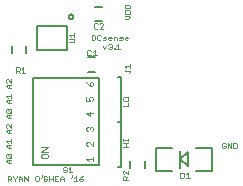
<source format=gto>
G75*
%MOIN*%
%OFA0B0*%
%FSLAX25Y25*%
%IPPOS*%
%LPD*%
%AMOC8*
5,1,8,0,0,1.08239X$1,22.5*
%
%ADD10C,0.00200*%
%ADD11C,0.00500*%
%ADD12C,0.00600*%
%ADD13C,0.00800*%
D10*
X0003100Y0003150D02*
X0003100Y0004952D01*
X0004001Y0004952D01*
X0004301Y0004651D01*
X0004301Y0004051D01*
X0004001Y0003751D01*
X0003100Y0003751D01*
X0003701Y0003751D02*
X0004301Y0003150D01*
X0005542Y0003150D02*
X0005542Y0004051D01*
X0006143Y0004651D01*
X0006143Y0004952D01*
X0006783Y0004351D02*
X0007384Y0004952D01*
X0007984Y0004351D01*
X0007984Y0003150D01*
X0008625Y0003150D02*
X0008625Y0004952D01*
X0009826Y0003150D01*
X0009826Y0004952D01*
X0012308Y0004651D02*
X0012308Y0003450D01*
X0012608Y0003150D01*
X0013209Y0003150D01*
X0013509Y0003450D01*
X0013509Y0004651D01*
X0013209Y0004952D01*
X0012608Y0004952D01*
X0012308Y0004651D01*
X0014149Y0004351D02*
X0014450Y0004651D01*
X0014450Y0005252D01*
X0015070Y0004651D02*
X0015070Y0004351D01*
X0015370Y0004051D01*
X0015971Y0004051D01*
X0016271Y0003751D01*
X0016271Y0003450D01*
X0015971Y0003150D01*
X0015370Y0003150D01*
X0015070Y0003450D01*
X0015070Y0004651D02*
X0015370Y0004952D01*
X0015971Y0004952D01*
X0016271Y0004651D01*
X0016912Y0004952D02*
X0016912Y0003150D01*
X0018113Y0003150D02*
X0018113Y0004952D01*
X0018753Y0004952D02*
X0018753Y0003150D01*
X0019954Y0003150D01*
X0020595Y0003150D02*
X0020595Y0004351D01*
X0021195Y0004952D01*
X0021796Y0004351D01*
X0021796Y0003150D01*
X0021796Y0004051D02*
X0020595Y0004051D01*
X0019954Y0004952D02*
X0018753Y0004952D01*
X0018753Y0004051D02*
X0019354Y0004051D01*
X0018113Y0004051D02*
X0016912Y0004051D01*
X0021600Y0006450D02*
X0021900Y0006150D01*
X0022501Y0006150D01*
X0022801Y0006450D01*
X0022801Y0006751D01*
X0022501Y0007051D01*
X0021900Y0007051D01*
X0021600Y0007351D01*
X0021600Y0007651D01*
X0021900Y0007952D01*
X0022501Y0007952D01*
X0022801Y0007651D01*
X0023442Y0007351D02*
X0024042Y0007952D01*
X0024042Y0006150D01*
X0023442Y0006150D02*
X0024643Y0006150D01*
X0024578Y0005252D02*
X0024578Y0004651D01*
X0024278Y0004351D01*
X0025199Y0004351D02*
X0025799Y0004952D01*
X0025799Y0003150D01*
X0025199Y0003150D02*
X0026400Y0003150D01*
X0027040Y0003450D02*
X0027341Y0003150D01*
X0027941Y0003150D01*
X0028241Y0003450D01*
X0028241Y0003751D01*
X0027941Y0004051D01*
X0027040Y0004051D01*
X0027040Y0003450D01*
X0027040Y0004051D02*
X0027641Y0004651D01*
X0028241Y0004952D01*
X0030132Y0009750D02*
X0029398Y0010484D01*
X0031600Y0010484D01*
X0031600Y0009750D02*
X0031600Y0011218D01*
X0031600Y0014750D02*
X0030132Y0016218D01*
X0029765Y0016218D01*
X0029398Y0015851D01*
X0029398Y0015117D01*
X0029765Y0014750D01*
X0031600Y0014750D02*
X0031600Y0016218D01*
X0031233Y0019750D02*
X0031600Y0020117D01*
X0031600Y0020851D01*
X0031233Y0021218D01*
X0030866Y0021218D01*
X0030499Y0020851D01*
X0030499Y0020484D01*
X0030499Y0020851D02*
X0030132Y0021218D01*
X0029765Y0021218D01*
X0029398Y0020851D01*
X0029398Y0020117D01*
X0029765Y0019750D01*
X0030499Y0024750D02*
X0030499Y0026218D01*
X0029398Y0025851D02*
X0030499Y0024750D01*
X0031600Y0025851D02*
X0029398Y0025851D01*
X0029398Y0029750D02*
X0030499Y0029750D01*
X0030132Y0030484D01*
X0030132Y0030851D01*
X0030499Y0031218D01*
X0031233Y0031218D01*
X0031600Y0030851D01*
X0031600Y0030117D01*
X0031233Y0029750D01*
X0029398Y0029750D02*
X0029398Y0031218D01*
X0030499Y0034750D02*
X0030499Y0035851D01*
X0030866Y0036218D01*
X0031233Y0036218D01*
X0031600Y0035851D01*
X0031600Y0035117D01*
X0031233Y0034750D01*
X0030499Y0034750D01*
X0029765Y0035484D01*
X0029398Y0036218D01*
X0041598Y0030892D02*
X0041598Y0030292D01*
X0041899Y0029992D01*
X0043100Y0029992D01*
X0043400Y0030292D01*
X0043400Y0030892D01*
X0043100Y0031193D01*
X0041899Y0031193D01*
X0041598Y0030892D01*
X0043400Y0029351D02*
X0043400Y0028150D01*
X0041598Y0028150D01*
X0041598Y0017092D02*
X0041598Y0016492D01*
X0041598Y0016792D02*
X0043400Y0016792D01*
X0043400Y0016492D02*
X0043400Y0017092D01*
X0043400Y0015851D02*
X0041598Y0015851D01*
X0042499Y0015851D02*
X0042499Y0014650D01*
X0043400Y0014650D02*
X0041598Y0014650D01*
X0041749Y0006709D02*
X0041448Y0006409D01*
X0041448Y0005809D01*
X0041749Y0005508D01*
X0041749Y0004868D02*
X0042349Y0004868D01*
X0042649Y0004568D01*
X0042649Y0003667D01*
X0042649Y0004267D02*
X0043250Y0004868D01*
X0043250Y0005508D02*
X0042049Y0006709D01*
X0041749Y0006709D01*
X0043250Y0006709D02*
X0043250Y0005508D01*
X0041749Y0004868D02*
X0041448Y0004568D01*
X0041448Y0003667D01*
X0043250Y0003667D01*
X0060700Y0004250D02*
X0061601Y0004250D01*
X0061901Y0004550D01*
X0061901Y0005751D01*
X0061601Y0006052D01*
X0060700Y0006052D01*
X0060700Y0004250D01*
X0062542Y0004250D02*
X0063743Y0004250D01*
X0063142Y0004250D02*
X0063142Y0006052D01*
X0062542Y0005451D01*
X0074600Y0014450D02*
X0074900Y0014150D01*
X0075501Y0014150D01*
X0075801Y0014450D01*
X0075801Y0015051D01*
X0075201Y0015051D01*
X0075801Y0015651D02*
X0075501Y0015952D01*
X0074900Y0015952D01*
X0074600Y0015651D01*
X0074600Y0014450D01*
X0076442Y0014150D02*
X0076442Y0015952D01*
X0077643Y0014150D01*
X0077643Y0015952D01*
X0078283Y0015952D02*
X0079184Y0015952D01*
X0079484Y0015651D01*
X0079484Y0014450D01*
X0079184Y0014150D01*
X0078283Y0014150D01*
X0078283Y0015952D01*
X0043900Y0039450D02*
X0043900Y0039751D01*
X0043600Y0040051D01*
X0042098Y0040051D01*
X0042098Y0039751D02*
X0042098Y0040351D01*
X0042699Y0040992D02*
X0042098Y0041592D01*
X0043900Y0041592D01*
X0043900Y0040992D02*
X0043900Y0042193D01*
X0043900Y0039450D02*
X0043600Y0039150D01*
X0040588Y0047150D02*
X0039387Y0047150D01*
X0039988Y0047150D02*
X0039988Y0048952D01*
X0039387Y0048351D01*
X0038767Y0047450D02*
X0038767Y0047150D01*
X0038466Y0047150D01*
X0038466Y0047450D01*
X0038767Y0047450D01*
X0037826Y0047450D02*
X0037826Y0047751D01*
X0037525Y0048051D01*
X0037225Y0048051D01*
X0037525Y0048051D02*
X0037826Y0048351D01*
X0037826Y0048651D01*
X0037525Y0048952D01*
X0036925Y0048952D01*
X0036625Y0048651D01*
X0035984Y0048351D02*
X0035384Y0047150D01*
X0034783Y0048351D01*
X0034783Y0050150D02*
X0035684Y0050150D01*
X0035984Y0050450D01*
X0035684Y0050751D01*
X0035083Y0050751D01*
X0034783Y0051051D01*
X0035083Y0051351D01*
X0035984Y0051351D01*
X0036625Y0051051D02*
X0036625Y0050450D01*
X0036925Y0050150D01*
X0037525Y0050150D01*
X0037826Y0050751D02*
X0036625Y0050751D01*
X0036625Y0051051D02*
X0036925Y0051351D01*
X0037525Y0051351D01*
X0037826Y0051051D01*
X0037826Y0050751D01*
X0038466Y0050150D02*
X0038466Y0051351D01*
X0039367Y0051351D01*
X0039667Y0051051D01*
X0039667Y0050150D01*
X0040308Y0050150D02*
X0041209Y0050150D01*
X0041509Y0050450D01*
X0041209Y0050751D01*
X0040608Y0050751D01*
X0040308Y0051051D01*
X0040608Y0051351D01*
X0041509Y0051351D01*
X0042149Y0051051D02*
X0042149Y0050450D01*
X0042450Y0050150D01*
X0043050Y0050150D01*
X0043350Y0050751D02*
X0042149Y0050751D01*
X0042149Y0051051D02*
X0042450Y0051351D01*
X0043050Y0051351D01*
X0043350Y0051051D01*
X0043350Y0050751D01*
X0037826Y0047450D02*
X0037525Y0047150D01*
X0036925Y0047150D01*
X0036625Y0047450D01*
X0033842Y0050150D02*
X0033242Y0050150D01*
X0032942Y0050450D01*
X0032942Y0051651D01*
X0033242Y0051952D01*
X0033842Y0051952D01*
X0034143Y0051651D01*
X0034143Y0050450D02*
X0033842Y0050150D01*
X0032301Y0050450D02*
X0032001Y0050150D01*
X0031100Y0050150D01*
X0031100Y0051952D01*
X0032001Y0051952D01*
X0032301Y0051651D01*
X0032301Y0050450D01*
X0032217Y0054000D02*
X0032818Y0054000D01*
X0033118Y0054300D01*
X0033758Y0054000D02*
X0034959Y0055201D01*
X0034959Y0055501D01*
X0034659Y0055802D01*
X0034059Y0055802D01*
X0033758Y0055501D01*
X0033118Y0055501D02*
X0032818Y0055802D01*
X0032217Y0055802D01*
X0031917Y0055501D01*
X0031917Y0054300D01*
X0032217Y0054000D01*
X0033758Y0054000D02*
X0034959Y0054000D01*
X0042098Y0057150D02*
X0043299Y0057150D01*
X0043900Y0057751D01*
X0043299Y0058351D01*
X0042098Y0058351D01*
X0042098Y0058992D02*
X0042098Y0059892D01*
X0042399Y0060193D01*
X0043600Y0060193D01*
X0043900Y0059892D01*
X0043900Y0058992D01*
X0042098Y0058992D01*
X0042098Y0060833D02*
X0042098Y0061734D01*
X0042399Y0062034D01*
X0043600Y0062034D01*
X0043900Y0061734D01*
X0043900Y0060833D01*
X0042098Y0060833D01*
X0025400Y0052509D02*
X0025400Y0051308D01*
X0025400Y0051909D02*
X0023598Y0051909D01*
X0024199Y0051308D01*
X0023598Y0050668D02*
X0025100Y0050668D01*
X0025400Y0050368D01*
X0025400Y0049767D01*
X0025100Y0049467D01*
X0023598Y0049467D01*
X0029717Y0046601D02*
X0029717Y0045400D01*
X0030017Y0045100D01*
X0030618Y0045100D01*
X0030918Y0045400D01*
X0031558Y0045100D02*
X0032759Y0045100D01*
X0032159Y0045100D02*
X0032159Y0046902D01*
X0031558Y0046301D01*
X0030918Y0046601D02*
X0030618Y0046902D01*
X0030017Y0046902D01*
X0029717Y0046601D01*
X0008959Y0039400D02*
X0007758Y0039400D01*
X0008359Y0039400D02*
X0008359Y0041202D01*
X0007758Y0040601D01*
X0007118Y0040901D02*
X0007118Y0040301D01*
X0006818Y0040001D01*
X0005917Y0040001D01*
X0006517Y0040001D02*
X0007118Y0039400D01*
X0005917Y0039400D02*
X0005917Y0041202D01*
X0006818Y0041202D01*
X0007118Y0040901D01*
X0004400Y0037193D02*
X0004400Y0035992D01*
X0003199Y0037193D01*
X0002899Y0037193D01*
X0002598Y0036892D01*
X0002598Y0036292D01*
X0002899Y0035992D01*
X0003199Y0035351D02*
X0004400Y0035351D01*
X0003499Y0035351D02*
X0003499Y0034150D01*
X0003199Y0034150D02*
X0002598Y0034751D01*
X0003199Y0035351D01*
X0003199Y0034150D02*
X0004400Y0034150D01*
X0004400Y0032193D02*
X0004400Y0030992D01*
X0004400Y0031592D02*
X0002598Y0031592D01*
X0003199Y0030992D01*
X0003199Y0030351D02*
X0002598Y0029751D01*
X0003199Y0029150D01*
X0004400Y0029150D01*
X0003499Y0029150D02*
X0003499Y0030351D01*
X0003199Y0030351D02*
X0004400Y0030351D01*
X0004100Y0027193D02*
X0002899Y0027193D01*
X0004100Y0025992D01*
X0004400Y0026292D01*
X0004400Y0026892D01*
X0004100Y0027193D01*
X0002899Y0027193D02*
X0002598Y0026892D01*
X0002598Y0026292D01*
X0002899Y0025992D01*
X0004100Y0025992D01*
X0004400Y0025351D02*
X0003199Y0025351D01*
X0002598Y0024751D01*
X0003199Y0024150D01*
X0004400Y0024150D01*
X0003499Y0024150D02*
X0003499Y0025351D01*
X0003199Y0022193D02*
X0002899Y0022193D01*
X0002598Y0021892D01*
X0002598Y0021292D01*
X0002899Y0020992D01*
X0003199Y0020351D02*
X0004400Y0020351D01*
X0004400Y0020992D02*
X0003199Y0022193D01*
X0004400Y0022193D02*
X0004400Y0020992D01*
X0003499Y0020351D02*
X0003499Y0019150D01*
X0003199Y0019150D02*
X0002598Y0019751D01*
X0003199Y0020351D01*
X0003199Y0019150D02*
X0004400Y0019150D01*
X0004400Y0017193D02*
X0004400Y0015992D01*
X0004400Y0016592D02*
X0002598Y0016592D01*
X0003199Y0015992D01*
X0003199Y0015351D02*
X0004400Y0015351D01*
X0003499Y0015351D02*
X0003499Y0014150D01*
X0003199Y0014150D02*
X0002598Y0014751D01*
X0003199Y0015351D01*
X0003199Y0014150D02*
X0004400Y0014150D01*
X0004100Y0012193D02*
X0002899Y0012193D01*
X0004100Y0010992D01*
X0004400Y0011292D01*
X0004400Y0011892D01*
X0004100Y0012193D01*
X0002899Y0012193D02*
X0002598Y0011892D01*
X0002598Y0011292D01*
X0002899Y0010992D01*
X0004100Y0010992D01*
X0004400Y0010351D02*
X0003199Y0010351D01*
X0002598Y0009751D01*
X0003199Y0009150D01*
X0004400Y0009150D01*
X0003499Y0009150D02*
X0003499Y0010351D01*
X0004942Y0004952D02*
X0004942Y0004651D01*
X0005542Y0004051D01*
X0006783Y0004051D02*
X0007984Y0004051D01*
X0006783Y0004351D02*
X0006783Y0003150D01*
X0014398Y0011117D02*
X0014765Y0010750D01*
X0016233Y0010750D01*
X0016600Y0011117D01*
X0016600Y0011851D01*
X0016233Y0012218D01*
X0014765Y0012218D01*
X0014398Y0011851D01*
X0014398Y0011117D01*
X0014398Y0012960D02*
X0016600Y0014428D01*
X0014398Y0014428D01*
X0014398Y0012960D02*
X0016600Y0012960D01*
D11*
X0011700Y0008650D02*
X0033700Y0008650D01*
X0033700Y0037650D01*
X0011700Y0037650D01*
X0011700Y0008650D01*
X0040000Y0008050D02*
X0041000Y0008050D01*
X0041000Y0023050D01*
X0041000Y0038050D01*
X0040000Y0038050D01*
X0023000Y0047050D02*
X0013000Y0047050D01*
X0013000Y0055050D01*
X0023000Y0055050D01*
X0023000Y0047050D01*
X0023572Y0058050D02*
X0023574Y0058104D01*
X0023580Y0058157D01*
X0023590Y0058210D01*
X0023604Y0058262D01*
X0023621Y0058313D01*
X0023642Y0058362D01*
X0023667Y0058410D01*
X0023696Y0058456D01*
X0023727Y0058499D01*
X0023762Y0058540D01*
X0023800Y0058579D01*
X0023840Y0058614D01*
X0023883Y0058647D01*
X0023928Y0058676D01*
X0023976Y0058702D01*
X0024025Y0058724D01*
X0024075Y0058742D01*
X0024127Y0058757D01*
X0024179Y0058768D01*
X0024233Y0058775D01*
X0024287Y0058778D01*
X0024340Y0058777D01*
X0024394Y0058772D01*
X0024447Y0058763D01*
X0024499Y0058750D01*
X0024550Y0058734D01*
X0024600Y0058713D01*
X0024648Y0058689D01*
X0024695Y0058662D01*
X0024739Y0058631D01*
X0024780Y0058597D01*
X0024820Y0058560D01*
X0024856Y0058520D01*
X0024889Y0058478D01*
X0024919Y0058433D01*
X0024946Y0058386D01*
X0024969Y0058338D01*
X0024988Y0058288D01*
X0025004Y0058236D01*
X0025016Y0058184D01*
X0025024Y0058131D01*
X0025028Y0058077D01*
X0025028Y0058023D01*
X0025024Y0057969D01*
X0025016Y0057916D01*
X0025004Y0057864D01*
X0024988Y0057812D01*
X0024969Y0057762D01*
X0024946Y0057714D01*
X0024919Y0057667D01*
X0024889Y0057622D01*
X0024856Y0057580D01*
X0024820Y0057540D01*
X0024780Y0057503D01*
X0024739Y0057469D01*
X0024695Y0057438D01*
X0024648Y0057411D01*
X0024600Y0057387D01*
X0024550Y0057366D01*
X0024499Y0057350D01*
X0024447Y0057337D01*
X0024394Y0057328D01*
X0024340Y0057323D01*
X0024287Y0057322D01*
X0024233Y0057325D01*
X0024179Y0057332D01*
X0024127Y0057343D01*
X0024075Y0057358D01*
X0024025Y0057376D01*
X0023976Y0057398D01*
X0023928Y0057424D01*
X0023883Y0057453D01*
X0023840Y0057486D01*
X0023800Y0057521D01*
X0023762Y0057560D01*
X0023727Y0057601D01*
X0023696Y0057644D01*
X0023667Y0057690D01*
X0023642Y0057738D01*
X0023621Y0057787D01*
X0023604Y0057838D01*
X0023590Y0057890D01*
X0023580Y0057943D01*
X0023574Y0057996D01*
X0023572Y0058050D01*
X0040000Y0023050D02*
X0041000Y0023050D01*
D12*
X0044038Y0010031D02*
X0044038Y0007669D01*
X0048762Y0007669D02*
X0048762Y0010031D01*
X0032381Y0039688D02*
X0030019Y0039688D01*
X0030019Y0044412D02*
X0032381Y0044412D01*
X0032319Y0056588D02*
X0034681Y0056588D01*
X0034681Y0061312D02*
X0032319Y0061312D01*
X0009362Y0048231D02*
X0009362Y0045869D01*
X0004638Y0045869D02*
X0004638Y0048231D01*
D13*
X0052451Y0014387D02*
X0057963Y0014387D01*
X0060719Y0013206D02*
X0060719Y0010450D01*
X0063081Y0012812D01*
X0063081Y0008088D01*
X0060719Y0010450D01*
X0060719Y0007694D01*
X0057963Y0006513D02*
X0052451Y0006513D01*
X0052451Y0014387D01*
X0065837Y0014387D02*
X0071349Y0014387D01*
X0071349Y0006513D01*
X0065837Y0006513D01*
M02*

</source>
